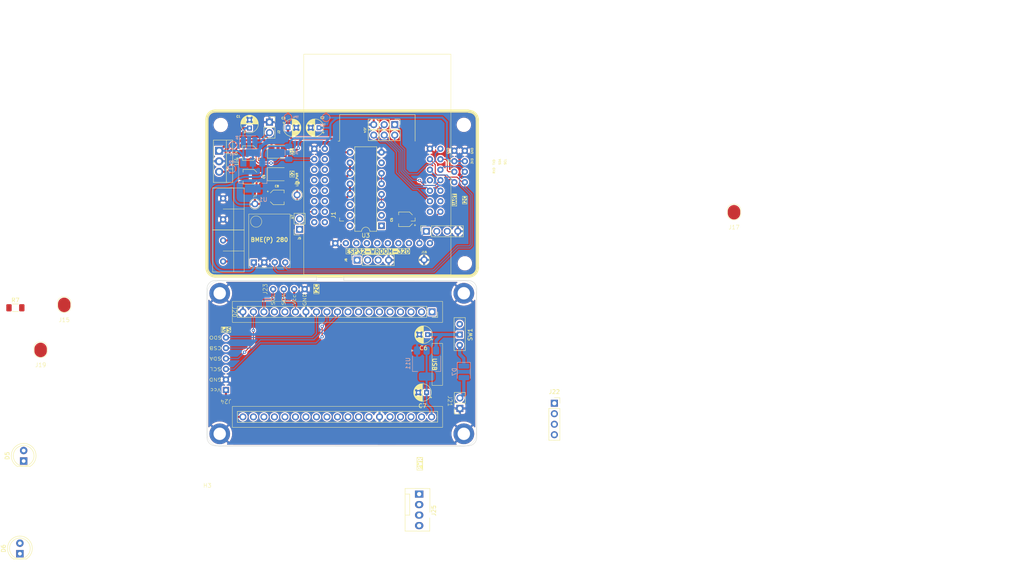
<source format=kicad_pcb>
(kicad_pcb (version 20240108) (generator "pcbnew") (generator_version "8.0")
  (layers (0 "F.Cu" signal) (31 "B.Cu" signal) (34 "B.Paste" user) (35 "F.Paste" user) (36 "B.SilkS" user "B.Silkscreen") (37 "F.SilkS" user "F.Silkscreen") (38 "B.Mask" user) (39 "F.Mask" user) (44 "Edge.Cuts" user))
  (net 0 "")
  (net 1 "GND")
  (net 2 "+3V3")
  (net 3 "+5V")
  (net 4 "/RXD")
  (net 5 "/TXD")
  (net 6 "/SDA")
  (net 7 "/GPIO_33")
  (net 8 "/SCL")
  (net 9 "/OUT3")
  (net 10 "/EN")
  (net 11 "/SOURCE2")
  (net 12 "/SOURCE1")
  (net 13 "/SOURCE3")
  (net 14 "/VDC")
  (net 15 "/DAC1")
  (net 16 "/DAC2")
  (net 17 "/GPIO39")
  (net 18 "/GPIO19")
  (net 19 "/GPIO17")
  (net 20 "/GPIO5")
  (net 21 "/GPIO18")
  (net 22 "/SD_DATA0")
  (net 23 "/ADC2_CH3")
  (net 24 "/SD_DATA3")
  (net 25 "/SD_CMD")
  (net 26 "/SD_CLK")
  (net 27 "/SD_DATA2")
  (net 28 "/SD_DATA1")
  (net 29 "/ADC2_CH0")
  (net 30 "/GPIO23")
  (net 31 "/GPIO36")
  (net 32 "/ADC2_CH2")
  (net 33 "/BOOT")
  (net 34 "/GPIO13")
  (net 35 "/SOURCE4")
  (net 36 "/SOURCE5")
  (net 37 "/SIPO_DATA")
  (net 38 "/SIPO_CLK")
  (net 39 "/SIPO_LATCH")
  (net 40 "/GPIO14")
  (net 41 "/OUT1")
  (net 42 "/VIN")
  (net 43 "Net-(D5-Pad1)")
  (net 44 "Net-(J15-Pin_1)")
  (net 45 "Net-(J19-Pin_1)")
  (net 46 "/OUT2")
  (net 58 "/ESP32-WROOM-32U Node/VIN")
  (net 63 "/ESP32-WROOM-32U Node/VDC")
  (net 74 "/ESP32-WROOM-32U Node/SPI-SDO")
  (net 75 "/ESP32-WROOM-32U Node/TX")
  (net 76 "Net-(D7-A)")
  (net 77 "/ESP32-WROOM-32U Node/SDA-2")
  (net 78 "/ESP32-WROOM-32U Node/SPI-CSB")
  (net 79 "/ESP32-WROOM-32U Node/SPI-SCL")
  (net 80 "/ESP32-WROOM-32U Node/SCL-2")
  (net 81 "/ESP32-WROOM-32U Node/RX")
  (net 82 "/I5")
  (net 83 "/ESP32-WROOM-32U Node/SPI-SDA")
  (net 85 "/ESP32-WROOM-32U Node/12V")
  (net 89 "/I3")
  (net 90 "/I6")
  (net 91 "/I7")
  (net 92 "/I1")
  (footprint "Capacitor_THT:CP_Radial_D4.0mm_P2.00mm" (layer "F.Cu") (at 107 44.2 180)
    (property "Reference" "C2")
    (property "Value" "1uF")
  )
  (footprint "LED_SMD:LED_1210_3225Metric_Pad1.42x2.65mm_HandSolder" (layer "F.Cu") (at 97 55.45)
    (property "Reference" "D2")
    (property "Value" "STATUS")
  )
  (footprint "Alexander Footprint Library:Board_65-40" (layer "F.Cu") (at 80 131.25)
    (property "Reference" "H3")
    (property "Value" "Project_Box_Board_65x40")
    (fp_line (start 0 -13) (end 0 -47) (stroke (width 0.05)) (layer "Edge.Cuts"))
    (fp_line (start 3 -50) (end 62 -50) (stroke (width 0.05)) (layer "Edge.Cuts"))
    (fp_line (start 62 -10) (end 3 -10) (stroke (width 0.05)) (layer "Edge.Cuts"))
    (fp_line (start 65 -47) (end 65 -13) (stroke (width 0.05)) (layer "Edge.Cuts"))
    (fp_arc (start 0 -47) (mid 0.87868 -49.12132) (end 3 -50) (stroke (width 0.05)) (layer "Edge.Cuts"))
    (fp_arc (start 3 -10) (mid 0.87868 -10.87868) (end 0 -13) (stroke (width 0.05)) (layer "Edge.Cuts"))
    (fp_arc (start 62 -50) (mid 64.12132 -49.12132) (end 65 -47) (stroke (width 0.05)) (layer "Edge.Cuts"))
    (fp_arc (start 65 -13) (mid 64.12132 -10.87868) (end 62 -10) (stroke (width 0.05)) (layer "Edge.Cuts"))
  )
  (footprint "Capacitor_SMD:CP_Elec_3x5.3" (layer "F.Cu") (at 90.3 50.35 180)
    (property "Reference" "C4")
    (property "Value" "0.1uF")
  )
  (footprint "Resistor_SMD:R_1206_3216Metric_Pad1.30x1.75mm_HandSolder" (layer "F.Cu") (at 33.612 87.7585)
    (property "Reference" "R7")
    (property "Value" "4K7")
  )
  (footprint "LED_THT:LED_D5.0mm" (layer "F.Cu") (at 34.7 147.25 90)
    (property "Reference" "D6")
    (property "Value" "LED_STATUS")
  )
  (footprint "Connector_PinSocket_2.54mm:PinSocket_1x04_P2.54mm_Vertical" (layer "F.Cu") (at 163.88 110.85)
    (property "Reference" "J22")
    (property "Value" "PWR_SATA_Conn_01x04")
  )
  (footprint "Alexander Footprint Library:Pad_1x01_P2.54_SMD" (layer "F.Cu") (at 39.712 102.098)
    (property "Reference" "J19")
    (property "Value" "LED_PWR")
  )
  (footprint "Alexanddr Footprints Library:ESP32-WROOM-Adapter-Socket-2" (layer "F.Cu") (at 121.1 56.9025)
    (property "Reference" "J1")
    (property "Value" "~")
  )
  (footprint "Alexander Footprint Library:Pad_1x01_P2.54_SMD" (layer "F.Cu") (at 45.412 91.198)
    (property "Reference" "J15")
    (property "Value" "LED_PWR")
  )
  (footprint "MountingHole:MountingHole_3mm" (layer "F.Cu") (at 142 43.5)
    (property "Reference" "H1" (hide yes))
    (property "Value" "MountingHole_Pad")
  )
  (footprint "MountingHole:MountingHole_3mm" (layer "F.Cu") (at 83.25 43.53)
    (property "Reference" "H2" (hide yes))
    (property "Value" "MountingHole_Pad")
  )
  (footprint "Alexander Footprints Library:Conn_Terminal_5mm" (layer "F.Cu") (at 83.82 53.69)
    (property "Reference" "J9" (hide yes))
    (property "Value" "Conn_01x02_Socket")
  )
  (footprint "Alexander Footprint Library:Pad_1x01_P2.54_SMD" (layer "F.Cu") (at 207.3 68.7895)
    (property "Reference" "J17")
    (property "Value" "GND")
  )
  (footprint "Connector:FanPinHeader_1x04_P2.54mm_Vertical" (layer "F.Cu") (at 131.2 132.83 -90)
    (property "Reference" "J25")
    (property "Value" "Conn_01x04_Pin")
  )
  (footprint "Capacitor_SMD:CP_Elec_3x5.3" (layer "F.Cu") (at 90.4 56.05 180)
    (property "Reference" "C9")
    (property "Value" "0.1uF")
  )
  (footprint "Capacitor_THT:CP_Radial_D4.0mm_P2.00mm" (layer "F.Cu") (at 133.25 94.25 180)
    (property "Reference" "C6")
    (property "Value" "1uF")
  )
  (footprint "Alexander Footprint Library:PinSocket_1x01_P2.54" (layer "F.Cu") (at 91.5 65.19)
    (property "Reference" "J7")
    (property "Value" "LED_PWR")
  )
  (footprint "Alexander Footprint Library:Conn_SPI" (layer "F.Cu") (at 84.5 112.74 180)
    (property "Reference" "J24")
    (property "Value" "~")
  )
  (footprint "Connector_PinSocket_2.54mm:PinSocket_1x02_P2.54mm_Vertical" (layer "F.Cu") (at 95.025 42.85)
    (property "Reference" "J2")
    (property "Value" "PWR")
  )
  (footprint "Connector_PinSocket_2.54mm:PinSocket_1x04_P2.54mm_Vertical" (layer "F.Cu") (at 116.2 76.225 90)
    (property "Reference" "J6")
    (property "Value" "SOURCE")
  )
  (footprint "Package_DIP:DIP-16_W7.62mm" (layer "F.Cu") (at 122.1 67.925 180)
    (property "Reference" "U3")
    (property "Value" "ULN2003")
  )
  (footprint "Connector_PinSocket_2.54mm:PinSocket_1x04_P2.54mm_Vertical" (layer "F.Cu") (at 132.92 69.25 90)
    (property "Reference" "J10" (hide yes))
    (property "Value" "ADC")
  )
  (footprint "Capacitor_SMD:CP_Elec_3x5.3" (layer "F.Cu") (at 128 66.35 180)
    (property "Reference" "C5")
    (property "Value" "0.1uF")
  )
  (footprint "Alexander Footprint Library:PinSocket_1x02_P2.54" (layer "F.Cu") (at 142.25 107 180)
    (property "Reference" "J21")
    (property "Value" "PWR")
  )
  (footprint "Capacitor_THT:CP_Radial_D4.0mm_P2.00mm" (layer "F.Cu") (at 99.5 44.2)
    (property "Reference" "C3")
    (property "Value" "1uF")
  )
  (footprint "Alexander Footprint Library:Conn_ESP32_WROOM-DevKit-38pins" (layer "F.Cu") (at 86.06 88.75 -90)
    (property "Reference" "J20")
    (property "Value" "~")
  )
  (footprint "Capacitor_SMD:CP_Elec_3x5.3" (layer "F.Cu") (at 96.8 61.05)
    (property "Reference" "C8")
    (property "Value" "10uF")
  )
  (footprint "Alexander Footprint Library:PinSocket_1x01_P2.54" (layer "F.Cu") (at 101.7 63.02)
    (property "Reference" "J18")
    (property "Value" "LED_PWR")
  )
  (footprint "Alexander Footprint Library:Conn_I2C" (layer "F.Cu") (at 111.16 83.25 -90)
    (property "Reference" "J23")
    (property "Value" "I2C")
  )
  (footprint "Connector_PinSocket_2.54mm:PinSocket_1x02_P2.54mm_Vertical" (layer "F.Cu") (at 102.3 68.79 180)
    (property "Reference" "J5")
    (property "Value" "DAC")
  )
  (footprint "Alexander Footprint Library:CONN_2x3" (layer "F.Cu") (at 130.38 43.45 -90)
    (property "Reference" "J14")
    (property "Value" "GPIO")
  )
  (footprint "Alexander Footprints Library:Conn_UART" (layer "F.Cu") (at 139.7 42.15)
    (property "Reference" "J3" (hide yes))
    (property "Value" "UART")
  )
  (footprint "Alexander Footprint Library:SW_Slide-03_7.3x2.5x2.5_P2.54mm" (layer "F.Cu") (at 141 94.25 -90)
    (property "Reference" "SW1")
    (property "Value" "SW_SPDT")
  )
  (footprint "Alexander Footprint Library:PinSocket_1x01_P2.54" (layer "F.Cu") (at 132.4 78.72)
    (property "Reference" "J16")
    (property "Value" "GND")
  )
  (footprint "Capacitor_THT:CP_Radial_D4.0mm_P2.00mm" (layer "F.Cu") (at 90.2 44.3 90)
    (property "Reference" "C1")
    (property "Value" "1uF")
  )
  (footprint "Alexander Footprint Library:BME280_BMP280_I2C" (layer "F.Cu") (at 90 78.1 90)
    (property "Reference" "U7")
    (property "Value" "BME(P)280")
  )
  (footprint "Capacitor_THT:CP_Radial_D4.0mm_P2.00mm" (layer "F.Cu") (at 133 108.25 180)
    (property "Reference" "C7")
    (property "Value" "1uF")
  )
  (footprint "Alexander Footprint Library:LD1117" (layer "F.Cu") (at 82.855 49.77 -90)
    (property "Reference" "U4")
    (property "Value" "L7805")
  )
  (footprint "Alexander Footprints Library:Conn_I2C" (layer "F.Cu") (at 142.24 42.15)
    (property "Reference" "J4" (hide yes))
    (property "Value" "I2C")
  )
  (footprint "LED_THT:LED_D5.0mm" (layer "F.Cu") (at 35.612 124.8335 90)
    (property "Reference" "D5")
    (property "Value" "LED_PWR")
  )
  (footprint "LED_SMD:LED_1210_3225Metric_Pad1.42x2.65mm_HandSolder" (layer "F.Cu") (at 97 50)
    (property "Reference" "D1")
    (property "Value" "PWR")
  )
  (footprint "MountingHole:MountingHole_3mm" (layer "F.Cu") (at 142.25 77)
    (property "Reference" "H4" (hide yes))
    (property "Value" "MountingHole_Pad")
  )
  (footprint "Alexander Footprints Library:Conn_Terminal_5mm" (layer "F.Cu") (at 83.82 63.85)
    (property "Reference" "J8" (hide yes))
    (property "Value" "Conn_01x02_Socket")
  )
  (footprint "TestPoint:TestPoint_Pad_D1.5mm" (layer "B.Cu") (at 99.5 41.75 180)
    (property "Reference" "TP4")
    (property "Value" "5V")
  )
  (footprint "TestPoint:TestPoint_Pad_D1.5mm" (layer "B.Cu") (at 108.7 41.75 180)
    (property "Reference" "TP3")
    (property "Value" "3V3")
  )
  (footprint "Diode_SMD:D_1210_3225Metric" (layer "B.Cu") (at 142 103.25 -90)
    (property "Reference" "D7")
    (property "Value" "D")
  )
  (footprint "Resistor_SMD:R_1206_3216Metric_Pad1.30x1.75mm_HandSolder" (layer "B.Cu") (at 99.7 50.25 -90)
    (property "Reference" "R1")
    (property "Value" "10K")
  )
  (footprint "Diode_SMD:D_1210_3225Metric" (layer "B.Cu") (at 90.1 47.75)
    (property "Reference" "D4")
    (property "Value" "D")
  )
  (footprint "TestPoint:TestPoint_Pad_D1.5mm" (layer "B.Cu") (at 86.2 48.45 180)
    (property "Reference" "TP1")
    (property "Value" "VIN")
  )
  (footprint "TestPoint:TestPoint_Pad_D1.5mm" (layer "B.Cu") (at 85.9 54.15 180)
    (property "Reference" "TP2")
    (property "Value" "GND")
  )
  (footprint "Package_TO_SOT_SMD:SOT-223-3_TabPin2" (layer "B.Cu") (at 91 55.75 -90)
    (property "Reference" "U1")
    (property "Value" "AMS1117-3V3")
  )
  (footprint "Package_TO_SOT_SMD:SOT-223-3_TabPin2" (layer "B.Cu") (at 133 101.25 -90)
    (property "Reference" "U11")
    (property "Value" "AMS1117-5.0")
  )
  (gr_line (start 145.25 42.11421) (end 145.25 78.085782) (stroke (width 0.75)) (layer "F.SilkS"))
  (gr_line (start 81.914218 40.164218) (end 143.08579 40.164218) (stroke (width 0.75)) (layer "F.SilkS"))
  (gr_arc (start 145.25 78.085782) (mid 144.66422 79.500007) (end 143.25 80.085782) (stroke (width 0.75)) (layer "F.SilkS"))
  (gr_line (start 79.914218 42.11421) (end 79.914218 78.085782) (stroke (width 0.75)) (layer "F.SilkS"))
  (gr_arc (start 81.914218 80.085782) (mid 80.499999 79.500001) (end 79.914218 78.085782) (stroke (width 0.75)) (layer "F.SilkS"))
  (gr_arc (start 143.25 40.25) (mid 144.664214 40.835786) (end 145.25 42.25) (stroke (width 0.75)) (layer "F.SilkS"))
  (gr_arc (start 79.914218 42.164218) (mid 80.499999 40.749999) (end 81.914218 40.164218) (stroke (width 0.75)) (layer "F.SilkS"))
  (gr_line (start 81.914214 80.085782) (end 143.085786 80.085782) (stroke (width 0.75)) (layer "F.SilkS"))
  (gr_line (start 82.014214 80.235786) (end 106.4 80.25) (stroke (width 0.1)) (layer "Edge.Cuts"))
  (gr_line (start 80 42.25) (end 80.014214 78.235786) (stroke (width 0.1)) (layer "Edge.Cuts"))
  (gr_arc (start 79.921321 83.157107) (mid 80.507106 81.742896) (end 81.921321 81.157107) (stroke (width 0.1)) (layer "Edge.Cuts"))
  (gr_line (start 81.921321 121.128679) (end 143.107107 121.142893) (stroke (width 0.1)) (layer "Edge.Cuts"))
  (gr_arc (start 81.921321 121.128679) (mid 80.507101 120.542899) (end 79.921321 119.128679) (stroke (width 0.1)) (layer "Edge.Cuts"))
  (gr_line (start 143.092893 81.157107) (end 113 81.15) (stroke (width 0.1)) (layer "Edge.Cuts"))
  (gr_arc (start 145.107107 119.142893) (mid 144.521321 120.557107) (end 143.107107 121.142893) (stroke (width 0.1)) (layer "Edge.Cuts"))
  (gr_line (start 106.4 81.15) (end 81.921321 81.157107) (stroke (width 0.1)) (layer "Edge.Cuts"))
  (gr_arc (start 143.185786 40.264214) (mid 144.600004 40.849996) (end 145.185786 42.264214) (stroke (width 0.1)) (layer "Edge.Cuts"))
  (gr_line (start 113 80.25) (end 143.185786 80.235786) (stroke (width 0.1)) (layer "Edge.Cuts"))
  (gr_arc (start 82.014214 80.235786) (mid 80.599996 79.650004) (end 80.014214 78.235786) (stroke (width 0.1)) (layer "Edge.Cuts"))
  (gr_line (start 145.185786 42.264214) (end 145.185786 78.235786) (stroke (width 0.1)) (layer "Edge.Cuts"))
  (gr_arc (start 80 42.25) (mid 80.585786 40.835786) (end 82 40.25) (stroke (width 0.1)) (layer "Edge.Cuts"))
  (gr_line (start 145.107107 119.142893) (end 145.092893 83.157107) (stroke (width 0.1)) (layer "Edge.Cuts"))
  (gr_line (start 79.921321 119.128679) (end 79.921321 83.157107) (stroke (width 0.1)) (layer "Edge.Cuts"))
  (gr_line (start 106.4 81.15) (end 106.4 80.25) (stroke (width 0.1)) (layer "Edge.Cuts"))
  (gr_arc (start 145.185786 78.235786) (mid 144.600004 79.650004) (end 143.185786 80.235786) (stroke (width 0.1)) (layer "Edge.Cuts"))
  (gr_arc (start 143.092893 81.157107) (mid 144.507112 81.742888) (end 145.092893 83.157107) (stroke (width 0.1)) (layer "Edge.Cuts"))
  (gr_line (start 113 81.15) (end 113 80.25) (stroke (width 0.1)) (layer "Edge.Cuts"))
  (gr_line (start 143.185786 40.264214) (end 82 40.25) (stroke (width 0.1)) (layer "Edge.Cuts"))
  (gr_text "PWR" (at 132 127.25 90) (layer "F.SilkS" knockout) (effects (font (size 1 1) (thickness 0.25) (bold yes)) (justify left bottom)))
  (segment (start 84.21 66) (end 83.82 66.39) (width 0.5) (layer "F.Cu") (net 1))
  (segment (start 95.5 54.8625) (end 95.5125 54.85) (width 0.25) (layer "F.Cu") (net 1))
  (segment (start 95.5 55.4625) (end 95.5125 55.45) (width 0.25) (layer "F.Cu") (net 1))
  (segment (start 91.5 59.65) (end 91.9 59.25) (width 0.5) (layer "F.Cu") (net 2))
  (segment (start 101.15 50) (end 102 49.15) (width 0.5) (layer "F.Cu") (net 2))
  (segment (start 84.5 107.66) (end 84.5 112.25) (width 0.5) (layer "F.Cu") (net 2))
  (segment (start 87.75 85.75) (end 100 85.75) (width 0.5) (layer "F.Cu") (net 2))
  (segment (start 94.63 62.62) (end 91.5 62.62) (width 0.5) (layer "F.Cu") (net 2))
  (segment (start 101 84.75) (end 101 83.25) (width 0.5) (layer "F.Cu") (net 2))
  (segment (start 88.6 114.15) (end 86.4 114.15) (width 0.5) (layer "F.Cu") (net 2))
  (segment (start 84.5 112.25) (end 85.25 113) (width 0.5) (layer "F.Cu") (net 2))
  (segment (start 91.9 59.25) (end 91.9 56.05) (width 0.5) (layer "F.Cu") (net 2))
  (segment (start 98.4875 50) (end 101.15 50) (width 0.5) (layer "F.Cu") (net 2))
  (segment (start 95.3 61.05) (end 95.3 61.95) (width 0.5) (layer "F.Cu") (net 2))
  (segment (start 95.3 61.95) (end 94.63 62.62) (width 0.5) (layer "F.Cu") (net 2))
  (segment (start 82.25 110) (end 82.25 91.25) (width 0.5) (layer "F.Cu") (net 2))
  (segment (start 91.5 62.62) (end 91.5 59.65) (width 0.5) (layer "F.Cu") (net 2))
  (segment (start 82.25 91.25) (end 87.75 85.75) (width 0.5) (layer "F.Cu") (net 2))
  (segment (start 86.4 114.15) (end 85.25 113) (width 0.5) (layer "F.Cu") (net 2))
  (segment (start 100 85.75) (end 101 84.75) (width 0.5) (layer "F.Cu") (net 2))
  (segment (start 85.25 113) (end 82.25 110) (width 0.5) (layer "F.Cu") (net 2))
  (via (at 102 49.15) (size 0.8) (drill 0.4) (layers "F.Cu" "B.Cu") (net 2))
  (segment (start 96.075 48.7) (end 97.525 48.7) (width 0.5) (layer "B.Cu") (net 2))
  (segment (start 108.4 49.2825) (end 108.4 47.85) (width 0.5) (layer "B.Cu") (net 2))
  (segment (start 109.408578 44.2) (end 107 44.2) (width 0.5) (layer "B.Cu") (net 2))
  (segment (start 109.5 46.75) (end 109.75 46.5) (width 0.5) (layer "B.Cu") (net 2))
  (segment (start 81.3 75.997918) (end 81.3 59.75104) (width 0.5) (layer "B.Cu") (net 2))
  (segment (start 93.3 54.905025) (end 93.3 52.6) (width 0.5) (layer "B.Cu") (net 2))
  (segment (start 100 48.7) (end 100 48.03033) (width 0.5) (layer "B.Cu") (net 2))
  (segment (start 137.9 51.55) (end 138.66 52.31) (width 0.5) (layer "B.Cu") (net 2))
  (segment (start 84.202081 78.9) (end 89.990883 78.9) (width 0.5) (layer "B.Cu") (net 2))
  (segment (start 109.75 45) (end 109.75 44.141421) (width 0.5) (layer "B.Cu") (net 2))
  (segment (start 103 46.75) (end 101.28033 46.75) (width 0.5) (layer "B.Cu") (net 2))
  (segment (start 109.75 43.858578) (end 109.75 44.141421) (width 0.5) (layer "B.Cu") (net 2))
  (segment (start 138.66 52.31) (end 139.7 52.31) (width 0.5) (layer "B.Cu") (net 2))
  (segment (start 139.7 52.31) (end 142.24 52.31) (width 0.5) (layer "B.Cu") (net 2))
  (segment (start 129.1 41.75) (end 136.8 41.75) (width 0.5) (layer "B.Cu") (net 2))
  (segment (start 112.31066 41.75) (end 129.1 41.75) (width 0.5) (layer "B.Cu") (net 2))
  (segment (start 88.207106 62.75) (end 91.5 62.75) (width 0.5) (layer "B.Cu") (net 2))
  (segment (start 86.5 61.042893) (end 86.5 57.5) (width 0.5) (layer "B.Cu") (net 2))
  (segment (start 103 46.75) (end 109.5 46.75) (width 0.5) (layer "B.Cu") (net 2))
  (segment (start 137.9 42.85) (end 137.9 51.55) (width 0.5) (layer "B.Cu") (net 2))
  (segment (start 91.22 77.670883) (end 91.22 76.8) (width 0.5) (layer "B.Cu") (net 2))
  (segment (start 89.455634 56.1) (end 92.105025 56.1) (width 0.5) (layer "B.Cu") (net 2))
  (segment (start 96.075 48.7) (end 95.177817 48.7) (width 0.5) (layer "B.Cu") (net 2))
  (segment (start 136.8 41.75) (end 137.9 42.85) (width 0.5) (layer "B.Cu") (net 2))
  (segment (start 108.4 47.85) (end 109.75 46.5) (width 0.5) (layer "B.Cu") (net 2))
  (segment (start 109.75 46.5) (end 109.75 45) (width 0.5) (layer "B.Cu") (net 2))
  (segment (start 110.015165 42.984834) (end 110.5 42.5) (width 0.5) (layer "B.Cu") (net 2))
  (segment (start 102 47.75) (end 103 46.75) (width 0.5) (layer "B.Cu") (net 2))
  (segment (start 109.75 43.858578) (end 109.75 43.625) (width 0.5) (layer "B.Cu") (net 2))
  (segment (start 93.3 52.6) (end 93.3 50.577817) (width 0.5) (layer "B.Cu") (net 2))
  (segment (start 82.75104 58.3) (end 84.144365 58.3) (width 0.5) (layer "B.Cu") (net 2))
  (segment (start 102 49.15) (end 102 47.75) (width 0.5) (layer "B.Cu") (net 2))
  (segment (start 129.3 41.75) (end 129.1 41.75) (width 0.5) (layer "B.Cu") (net 2))
  (segment (start 108.7 41.75) (end 112.31066 41.75) (width 0.5) (layer "B.Cu") (net 2))
  (segment (start 100 48.7) (end 97.525 48.7) (width 0.5) (layer "B.Cu") (net 2))
  (arc (start 93.3 54.905025) (mid 93.209037 55.362322) (end 92.95 55.75) (width 0.5) (layer "B.Cu") (net 2))
  (arc (start 86.8 57.2) (mid 85.581584 58.014119) (end 84.144365 58.3) (width 0.5) (layer "B.Cu") (net 2))
  (arc (start 89.455634 56.1) (mid 88.018415 56.38588) (end 86.8 57.2) (width 0.5) (layer "B.Cu") (net 2))
  (arc (start 86.5 61.042893) (mid 86.629945 61.696174) (end 87 62.25) (width 0.5) (layer "B.Cu") (net 2))
  (arc (start 82.75104 58.3) (mid 82.195751 58.410453) (end 81.725 58.725) (width 0.5) (layer "B.Cu") (net 2))
  (arc (start 92.95 55.75) (mid 92.562322 56.009037) (end 92.105025 56.1) (width 0.5) (layer "B.Cu") (net 2))
  (arc (start 109.75 43.625) (mid 109.818914 43.278544) (end 110.015165 42.984834) (width 0.5) (layer "B.Cu") (net 2))
  (arc (start 95.177817 48.7) (mid 94.459207 48.84294) (end 93.85 49.25) (width 0.5) (layer "B.Cu") (net 2))
  (arc (start 82.15 78.05) (mid 83.091502 78.679092) (end 84.202081 78.9) (width 0.5) (layer "B.Cu") (net 2))
  (arc (start 109.75 44.141421) (mid 109.713838 44.087301) (end 109.65 44.1) (width 0.5) (layer "B.Cu") (net 2))
  (arc (start 93.85 49.25) (mid 93.44294 49.859207) (end 93.3 50.577817) (width 0.5) (layer "B.Cu") (net 2))
  (arc (start 90.86 78.54) (mid 90.461245 78.806439) (end 89.990883 78.9) (width 0.5) (layer "B.Cu") (net 2))
  (arc (start 109.65 44.1) (mid 109.539234 44.17401) (end 109.408578 44.2) (width 0.5) (layer "B.Cu") (net 2))
  (arc (start 87 62.25) (mid 87.553825 62.620054) (end 88.207106 62.75) (width 0.5) (layer "B.Cu") (net 2))
  (arc (start 81.725 58.725) (mid 81.410453 59.195751) (end 81.3 59.75104) (width 0.5) (layer "B.Cu") (net 2))
  (arc (start 101.28033 46.75) (mid 100.790368 46.847459) (end 100.375 47.125) (width 0.5) (layer "B.Cu") (net 2))
  (arc (start 91.22 77.670883) (mid 91.126439 78.141245) (end 90.86 78.54) (width 0.5) (layer "B.Cu") (net 2))
  (arc (start 110.5 42.5) (mid 111.330737 41.944918) (end 112.31066 41.75) (width 0.5) (layer "B.Cu") (net 2))
  (arc (start 109.65 44.1) (mid 109.72401 43.989234) (end 109.75 43.858578) (width 0.5) (layer "B.Cu") (net 2))
  (arc (start 100.375 47.125) (mid 100.097459 47.540368) (end 100 48.03033) (width 0.5) (layer "B.Cu") (net 2))
  (arc (start 81.3 75.997918) (mid 81.520907 77.108496) (end 82.15 78.05) (width 0.5) (layer "B.Cu") (net 2))
  (segment (start 99.5 45.693413) (end 99.5 44.2) (width 0.5) (layer "F.Cu") (net 3))
  (segment (start 111.2 46.85) (end 100.365867 46.85) (width 0.5) (layer "F.Cu") (net 3))
  (segment (start 98.6375 46.9625) (end 99.2125 46.3875) (width 0.5) (layer "F.Cu") (net 3))
  (segment (start 100.365867 46.85) (end 99.465867 45.95) (width 0.5) (layer "F.Cu") (net 3))
  (segment (start 112 47.65) (end 111.2 46.85) (width 0.5) (layer "F.Cu") (net 3))
  (segment (start 112 49.15) (end 112 47.65) (width 0.5) (layer "F.Cu") (net 3))
  (segment (start 88.1 47.25) (end 97.943413 47.25) (width 0.5) (layer "F.Cu") (net 3))
  (segment (start 84.9 54.85) (end 85.4 54.35) (width 0.5) (layer "F.Cu") (net 3))
  (segment (start 85.4 54.35) (end 85.4 49.95) (width 0.5) (layer "F.Cu") (net 3))
  (segment (start 114.48 50.145) (end 112.995 50.145) (width 0.5) (layer "F.Cu") (net 3))
  (segment (start 112.995 50.145) (end 112 49.15) (width 0.5) (layer "F.Cu") (net 3))
  (segment (start 82.855 54.85) (end 84.9 54.85) (width 0.5) (layer "F.Cu") (net 3))
  (segment (start 85.4 49.95) (end 88.1 47.25) (width 0.5) (layer "F.Cu") (net 3))
  (arc (start 97.943413 47.25) (mid 98.31905 47.175281) (end 98.6375 46.9625) (width 0.5) (layer "F.Cu") (net 3))
  (arc (start 99.5 45.693413) (mid 99.425281 46.06905) (end 99.2125 46.3875) (width 0.5) (layer "F.Cu") (net 3))
  (segment (start 133 98.1) (end 133 104.4) (width 0.5) (layer "B.Cu") (net 3))
  (segment (start 133 108.25) (end 133 104.4) (width 0.5) (layer "B.Cu") (net 3))
  (segment (start 133 111) (end 133 108.25) (width 0.5) (layer "B.Cu") (net 3))
  (segment (start 134.21 114.15) (end 134.21 112.21) (width 0.5) (layer "B.Cu") (net 3))
  (segment (start 134.21 112.21) (end 133 111) (width 0.5) (layer "B.Cu") (net 3))
  (segment (start 99.5 42.25) (end 99.5 44.2) (width 0.25) (layer "B.Cu") (net 3))
  (segment (start 139.7 57.35) (end 139.7 57.39) (width 0.25) (layer "F.Cu") (net 4))
  (segment (start 140.3 57.45) (end 139.3 57.45) (width 0.25) (layer "F.Cu") (net 4))
  (segment (start 139.04 57.39) (end 139.7 57.39) (width 0.25) (layer "F.Cu") (net 4))
  (segment (start 137.96 55.65) (end 139.7 57.39) (width 0.25) (layer "B.Cu") (net 4))
  (segment (start 133.8 54.3625) (end 135.0875 55.65) (width 0.25) (layer "B.Cu") (net 4))
  (segment (start 135.0875 55.65) (end 137.96 55.65) (width 0.25) (layer "B.Cu") (net 4))
  (segment (start 138 52.25) (end 137.5725 51.8225) (width 0.25) (layer "F.Cu") (net 5))
  (segment (start 139.7 54.85) (end 138.3 54.85) (width 0.25) (layer "F.Cu") (net 5))
  (segment (start 137.5725 51.8225) (end 136.34 51.8225) (width 0.25) (layer "F.Cu") (net 5))
  (segment (start 138 54.55) (end 138 52.25) (width 0.25) (layer "F.Cu") (net 5))
  (segment (start 138.3 54.85) (end 138 54.55) (width 0.25) (layer "F.Cu") (net 5))
  (segment (start 139.7 54.85) (end 139.5 54.85) (width 0.25) (layer "F.Cu") (net 5))
  (segment (start 142.24 54.85) (end 142.24 55.51) (width 0.25) (layer "F.Cu") (net 6))
  (segment (start 98.84 76.8) (end 98.84 78.09) (width 0.25) (layer "B.Cu") (net 6))
  (segment (start 141 57.95) (end 141 56.09) (width 0.25) (layer "B.Cu") (net 6))
  (segment (start 140.990501 53.600501) (end 142.24 54.85) (width 0.25) (layer "B.Cu") (net 6))
  (segment (start 136.34 54.3625) (end 137.101999 53.600501) (width 0.25) (layer "B.Cu") (net 6))
  (segment (start 143.281802 72.781802) (end 143.55 72.513604) (width 0.25) (layer "B.Cu") (net 6))
  (segment (start 99.4 78.65) (end 130.7 78.65) (width 0.25) (layer "B.Cu") (net 6))
  (segment (start 130.7 78.65) (end 134.55 78.65) (width 0.25) (layer "B.Cu") (net 6))
  (segment (start 143.55 72.513604) (end 143.55 60.5) (width 0.25) (layer "B.Cu") (net 6))
  (segment (start 143.55 60.5) (end 141 57.95) (width 0.25) (layer "B.Cu") (net 6))
  (segment (start 140.418198 72.781802) (end 143.281802 72.781802) (width 0.25) (layer "B.Cu") (net 6))
  (segment (start 98.84 78.09) (end 99.4 78.65) (width 0.25) (layer "B.Cu") (net 6))
  (segment (start 141 56.09) (end 142.24 54.85) (width 0.25) (layer "B.Cu") (net 6))
  (segment (start 137.101999 53.600501) (end 140.990501 53.600501) (width 0.25) (layer "B.Cu") (net 6))
  (segment (start 134.55 78.65) (end 140.418198 72.781802) (width 0.25) (layer "B.Cu") (net 6))
  (segment (start 135.1 55.15) (end 135.6 55.65) (width 0.25) (layer "F.Cu") (net 8))
  (segment (start 133.8 51.8225) (end 135.1 53.1225) (width 0.25) (layer "F.Cu") (net 8))
  (segment (start 141.603604 57.39) (end 142.24 57.39) (width 0.25) (layer "F.Cu") (net 8))
  (segment (start 137.3 55.65) (end 137.8 56.15) (width 0.25) (layer "F.Cu") (net 8))
  (segment (start 135.1 53.1225) (end 135.1 55.15) (width 0.25) (layer "F.Cu") (net 8))
  (segment (start 135.6 55.65) (end 137.3 55.65) (width 0.25) (layer "F.Cu") (net 8))
  (segment (start 140.363604 56.15) (end 141.603604 57.39) (width 0.25) (layer "F.Cu") (net 8))
  (segment (start 137.8 56.15) (end 140.363604 56.15) (width 0.25) (layer "F.Cu") (net 8))
  (segment (start 142.24 58.553604) (end 142.24 57.39) (width 0.25) (layer "B.Cu") (net 8))
  (segment (start 144 72.7) (end 144 60.313604) (width 0.25) (layer "B.Cu") (net 8))
  (segment (start 134.8 79.1) (end 140.6 73.3) (width 0.25) (layer "B.Cu") (net 8))
  (segment (start 140.6 73.3) (end 143.4 73.3) (width 0.25) (layer "B.Cu") (net 8))
  (segment (start 96.3 76.8) (end 96.3 78.45) (width 0.25) (layer "B.Cu") (net 8))
  (segment (start 143.4 73.3) (end 144 72.7) (width 0.25) (layer "B.Cu") (net 8))
  (segment (start 96.3 78.45) (end 96.95 79.1) (width 0.25) (layer "B.Cu") (net 8))
  (segment (start 144 60.313604) (end 142.24 58.553604) (width 0.25) (layer "B.Cu") (net 8))
  (segment (start 96.95 79.1) (end 134.8 79.1) (width 0.25) (layer "B.Cu") (net 8))
  (segment (start 92.3 52.75) (end 91.8 52.25) (width 0.25) (layer "F.Cu") (net 10))
  (segment (start 91.8 52.25) (end 91.8 50.35) (width 0.25) (layer "F.Cu") (net 10))
  (segment (start 95.4 52.75) (end 92.3 52.75) (width 0.25) (layer "F.Cu") (net 10))
  (via (at 95.4 52.75) (size 0.8) (drill 0.4) (layers "F.Cu" "B.Cu") (net 10))
  (segment (start 95.4 52.75) (end 96.7 52.75) (width 0.25) (layer "B.Cu") (net 10))
  (segment (start 101.4 51.8) (end 101.45 51.8) (width 0.25) (layer "B.Cu") (net 10))
  (segment (start 105.86 51.8225) (end 101.4225 51.8225) (width 0.25) (layer "B.Cu") (net 10))
  (segment (start 99.7 51.8) (end 101.4 51.8) (width 0.25) (layer "B.Cu") (net 10))
  (segment (start 97.65 51.8) (end 99.7 51.8) (width 0.25) (layer "B.Cu") (net 10))
  (segment (start 101.4225 51.8225) (end 101.4 51.8) (width 0.25) (layer "B.Cu") (net 10))
  (segment (start 96.7 52.75) (end 97.65 51.8) (width 0.25) (layer "B.Cu") (net 10))
  (segment (start 83.82 71.47) (end 86.37 71.47) (width 0.5) (layer "F.Cu") (net 11))
  (segment (start 114.48 55.225) (end 114.48 52.685) (width 0.5) (layer "F.Cu") (net 11))
  (segment (start 88 73.1) (end 104.95 73.1) (width 0.5) (layer "F.Cu") (net 11))
  (segment (start 104.95 73.1) (end 111.2 66.85) (width 0.5) (layer "F.Cu") (net 11))
  (segment (start 86.37 71.47) (end 88 73.1) (width 0.5) (layer "F.Cu") (net 11))
  (segment (start 111.2 66.85) (end 111.2 58.505) (width 0.5) (layer "F.Cu") (net 11))
  (segment (start 111.2 58.505) (end 114.48 55.225) (width 0.5) (layer "F.Cu") (net 11))
  (segment (start 114.48 60.305) (end 114.48 57.765) (width 0.5) (layer "F.Cu") (net 12))
  (segment (start 112.2 67.35) (end 112.2 62.585) (width 0.5) (layer "F.Cu") (net 12))
  (segment (start 86.275 76.55) (end 88.075 74.75) (width 0.5) (layer "F.Cu") (net 12))
  (segment (start 83.82 76.55) (end 86.275 76.55) (width 0.5) (layer "F.Cu") (net 12))
  (segment (start 88.075 74.75) (end 104.8 74.75) (width 0.5) (layer "F.Cu") (net 12))
  (segment (start 112.2 62.585) (end 114.48 60.305) (width 0.5) (layer "F.Cu") (net 12))
  (segment (start 104.8 74.75) (end 112.2 67.35) (width 0.5) (layer "F.Cu") (net 12))
  (segment (start 95.025 45.425) (end 92.7 47.75) (width 0.5) (layer "B.Cu") (net 14))
  (segment (start 92.7 47.75) (end 91.5 47.75) (width 0.5) (layer "B.Cu") (net 14))
  (segment (start 95.025 45.39) (end 95.025 45.425) (width 0.5) (layer "B.Cu") (net 14))
  (segment (start 132.5 58.15) (end 135.0925 58.15) (width 0.25) (layer "F.Cu") (net 18))
  (segment (start 131.3 56.95) (end 132.5 58.15) (width 0.25) (layer "F.Cu") (net 18))
  (segment (start 135.0925 58.15) (end 136.34 56.9025) (width 0.25) (layer "F.Cu") (net 18))
  (via (at 131.3 56.95) (size 0.8) (drill 0.4) (layers "F.Cu" "B.Cu") (net 18))
  (segment (start 129.636396 56.95) (end 127.25 54.563604) (width 0.25) (layer "B.Cu") (net 18))
  (segment (start 127.25 49.7) (end 125.3 47.75) (width 0.25) (layer "B.Cu") (net 18))
  (segment (start 125.3 47.75) (end 125.3 45.99) (width 0.25) (layer "B.Cu") (net 18))
  (segment (start 127.25 54.563604) (end 127.25 49.7) (width 0.25) (layer "B.Cu") (net 18))
  (segment (start 131.3 56.95) (end 129.636396 56.95) (width 0.25) (layer "B.Cu") (net 18))
  (segment (start 130.8 59.05) (end 129.7 59.05) (width 0.25) (layer "B.Cu") (net 19))
  (segment (start 123.255812 47.615) (end 121.865 47.615) (width 0.25) (layer "B.Cu") (net 19))
  (segment (start 133.7325 61.9825) (end 130.8 59.05) (width 0.25) (layer "B.Cu") (net 19))
  (segment (start 133.8 61.9825) (end 133.7325 61.9825) (width 0.25) (layer "B.Cu") (net 19))
  (segment (start 121.865 47.615) (end 120.24 45.99) (width 0.25) (layer "B.Cu") (net 19))
  (segment (start 129.7 59.05) (end 125.7 55.05) (width 0.25) (layer "B.Cu") (net 19))
  (segment (start 125.7 50.059188) (end 123.255812 47.615) (width 0.25) (layer "B.Cu") (net 19))
  (segment (start 125.7 55.05) (end 125.7 50.059188) (width 0.25) (layer "B.Cu") (net 19))
  (segment (start 120.24 45.99) (end 120.22 45.99) (width 0.25) (layer "B.Cu") (net 19))
  (segment (start 130.2 58.15) (end 135.0475 58.15) (width 0.25) (layer "B.Cu") (net 20))
  (segment (start 126.8 54.75) (end 130.2 58.15) (width 0.25) (layer "B.Cu") (net 20))
  (segment (start 122.903604 45.99) (end 126.8 49.886396) (width 0.25) (layer "B.Cu") (net 20))
  (segment (start 135.0475 58.15) (end 136.34 59.4425) (width 0.25) (layer "B.Cu") (net 20))
  (segment (start 122.76 45.99) (end 122.903604 45.99) (width 0.25) (layer "B.Cu") (net 20))
  (segment (start 126.8 49.886396) (end 126.8 54.75) (width 0.25) (layer "B.Cu") (net 20))
  (segment (start 126.35 55.063604) (end 126.35 50.072792) (width 0.25) (layer "B.Cu") (net 21))
  (segment (start 126.35 50.072792) (end 123.442208 47.165) (width 0.25) (layer "B.Cu") (net 21))
  (segment (start 123.442208 47.165) (end 122.051396 47.165) (width 0.25) (layer "B.Cu") (net 21))
  (segment (start 121.5 46.613604) (end 121.5 44.71) (width 0.25) (layer "B.Cu") (net 21))
  (segment (start 129.886396 58.6) (end 126.35 55.063604) (width 0.25) (layer "B.Cu") (net 21))
  (segment (start 121.5 44.71) (end 122.76 43.45) (width 0.25) (layer "B.Cu") (net 21))
  (segment (start 132.9575 58.6) (end 129.886396 58.6) (width 0.25) (layer "B.Cu") (net 21))
  (segment (start 133.8 59.4425) (end 132.9575 58.6) (width 0.25) (layer "B.Cu") (net 21))
  (segment (start 122.051396 47.165) (end 121.5 46.613604) (width 0.25) (layer "B.Cu") (net 21))
  (segment (start 131.26 70.91) (end 132.92 69.25) (width 0.25) (layer "B.Cu") (net 23))
  (segment (start 131.26 72.1425) (end 131.26 70.91) (width 0.25) (layer "B.Cu") (net 23))
  (segment (start 128.672792 55.35) (end 130.8 55.35) (width 0.25) (layer "B.Cu") (net 30))
  (segment (start 126.7 44.85) (end 126.7 48.45) (width 0.25) (layer "B.Cu") (net 30))
  (segment (start 126.7 48.45) (end 127.7 49.45) (width 0.25) (layer "B.Cu") (net 30))
  (segment (start 125.3 43.45) (end 126.7 44.85) (width 0.25) (layer "B.Cu") (net 30))
  (segment (start 135.1 50.5225) (end 136.34 49.2825) (width 0.25) (layer "B.Cu") (net 30))
  (segment (start 133 53.15) (end 134.1 53.15) (width 0.25) (layer "B.Cu") (net 30))
  (segment (start 127.7 49.45) (end 127.7 54.377208) (width 0.25) (layer "B.Cu") (net 30))
  (segment (start 130.8 55.35) (end 133 53.15) (width 0.25) (layer "B.Cu") (net 30))
  (segment (start 127.7 54.377208) (end 128.672792 55.35) (width 0.25) (layer "B.Cu") (net 30))
  (segment (start 135.1 52.15) (end 135.1 50.5225) (width 0.25) (layer "B.Cu") (net 30))
  (segment (start 134.1 53.15) (end 135.1 52.15) (width 0.25) (layer "B.Cu") (net 30))
  (segment (start 135.46 70.4825) (end 133.8 72.1425) (width 0.25) (layer "B.Cu") (net 32))
  (segment (start 135.46 69.25) (end 135.46 70.4825) (width 0.25) (layer "B.Cu") (net 32))
  (segment (start 129.5 66.35) (end 134.5125 66.35) (width 0.25) (layer "F.Cu") (net 33))
  (segment (start 134.5125 66.35) (end 136.34 64.5225) (width 0.25) (layer "F.Cu") (net 33))
  (segment (start 101.7 56.05) (end 101.7 62.65) (width 0.25) (layer "F.Cu") (net 40))
  (segment (start 101.7 62.65) (end 103.6 64.55) (width 0.25) (layer "F.Cu") (net 40))
  (segment (start 105.8325 64.55) (end 105.86 64.5225) (width 0.25) (layer "F.Cu") (net 40))
  (segment (start 98.4875 55.45) (end 101.1 55.45) (width 0.25) (layer "F.Cu") (net 40))
  (segment (start 103.6 64.55) (end 105.8325 64.55) (width 0.25) (layer "F.Cu") (net 40))
  (segment (start 101.1 55.45) (end 101.7 56.05) (width 0.25) (layer "F.Cu") (net 40))
  (segment (start 82.98 49.77) (end 82.855 49.77) (width 0.5) (layer "F.Cu") (net 42))
  (segment (start 90.2 44.3) (end 88.45 44.3) (width 0.5) (layer "F.Cu") (net 42))
  (segment (start 88.45 44.3) (end 82.98 49.77) (width 0.5) (layer "F.Cu") (net 42))
  (segment (start 88.7 50.546446) (end 88.7 51.253553) (width 0.5) (layer "B.Cu") (net 42))
  (segment (start 88.7 45.153553) (end 88.7 47.4) (width 0.5) (layer "B.Cu") (net 42))
  (segment (start 86.2 49.11) (end 86.2 48.45) (width 0.25) (layer "B.Cu") (net 42))
  (segment (start 88.45 50.65) (end 88.2 50.4) (width 0.5) (layer "B.Cu") (net 42))
  (segment (start 88.7 50.546446) (end 88.7 47.4) (width 0.5) (layer "B.Cu") (net 42))
  (segment (start 88.45 50.65) (end 88.054368 50.254368) (width 0.5) (layer "B.Cu") (net 42))
  (segment (start 89.553553 44.3) (end 90.2 44.3) (width 0.5) (layer "B.Cu") (net 42))
  (segment (start 88.7 51.253553) (end 88.7 52.6) (width 0.5) (layer "B.Cu") (net 42))
  (segment (start 86.86 49.77) (end 85.54 49.77) (width 0.5) (layer "B.Cu") (net 42))
  (segment (start 86.885 49.77) (end 86.86 49.77) (width 0.5) (layer "B.Cu") (net 42))
  (segment (start 85.54 49.77) (end 82.855 49.77) (width 0.5) (layer "B.Cu") (net 42))
  (arc (start 89.553553 44.3) (mid 89.226912 44.364972) (end 88.95 44.55) (width 0.5) (layer "B.Cu") (net 42))
  (arc (start 86.2 49.11) (mid 86.393309 49.57669) (end 86.86 49.77) (width 0.25) (layer "B.Cu") (net 42))
  (arc (start 88.7 51.253553) (mid 88.635027 50.926912) (end 88.45 50.65) (width 0.5) (layer "B.Cu") (net 42))
  (arc (start 88.45 50.65) (mid 88.45 50.65) (end 88.45 50.65) (width 0.5) (layer "B.Cu") (net 42))
  (arc (start 88.45 50.65) (mid 88.609596 50.681745) (end 88.7 50.546446) (width 0.5) (layer "B.Cu") (net 42))
  (arc (start 88.054368 50.254368) (mid 87.517857 49.895883) (end 86.885 49.77) (width 0.5) (layer "B.Cu") (net 42))
  (arc (start 88.95 44.55) (mid 88.764972 44.826912) (end 88.7 45.153553) (width 0.5) (layer "B.Cu") (net 42))
  (segment (start 141 94.25) (end 136.75 94.25) (width 0.8) (layer "B.Cu") (net 58))
  (segment (start 136.75 94.25) (end 133.25 94.25) (width 0.8) (layer "B.Cu") (net 58))
  (segment (start 135.3 98.1) (end 135.3 95.7) (width 0.8) (layer "B.Cu") (net 58))
  (segment (start 135.3 95.7) (end 136.75 94.25) (width 0.8) (layer "B.Cu") (net 58))
  (segment (start 141 99) (end 142 100) (width 0.8) (layer "B.Cu") (net 63))
  (segment (start 142 100) (end 142 101.85) (width 0.8) (layer "B.Cu") (net 63))
  (segment (start 141 96.79) (end 141 99) (width 0.8) (layer "B.Cu") (net 63))
  (segment (start 105.415 94.96) (end 106.38 93.995) (width 0.25) (layer "B.Cu") (net 74))
  (segment (start 106.38 93.995) (end 106.38 88.75) (width 0.25) (layer "B.Cu") (net 74))
  (segment (start 84.5 94.96) (end 105.415 94.96) (width 0.25) (layer "B.Cu") (net 74))
  (segment (start 141.04 109.57) (end 142 108.61) (width 0.8) (layer "B.Cu") (net 76))
  (segment (start 142 108.61) (end 142 104.65) (width 0.8) (layer "B.Cu") (net 76))
  (segment (start 101.3 86.8) (end 100.75 86.25) (width 0.25) (layer "B.Cu") (net 77))
  (segment (start 99 86.25) (end 98.46 85.71) (width 0.25) (layer "B.Cu") (net 77))
  (segment (start 98.46 85.71) (end 98.46 83.25) (width 0.25) (layer "B.Cu") (net 77))
  (segment (start 100.75 86.25) (end 99 86.25) (width 0.25) (layer "B.Cu") (net 77))
  (segment (start 101.3 88.75) (end 101.3 86.8) (width 0.25) (layer "B.Cu") (net 77))
  (segment (start 90.863604 97.5) (end 92.863604 95.5) (width 0.25) (layer "B.Cu") (net 78))
  (segment (start 92.863604 95.5) (end 105.75 95.5) (width 0.25) (layer "B.Cu") (net 78))
  (segment (start 105.75 95.5) (end 111.46 89.79) (width 0.25) (layer "B.Cu") (net 78))
  (segment (start 84.5 97.5) (end 90.863604 97.5) (width 0.25) (layer "B.Cu") (net 78))
  (segment (start 111.46 89.79) (end 111.46 88.75) (width 0.25) (layer "B.Cu") (net 78))
  (segment (start 107.75 92.25) (end 107.75 94.75) (width 0.25) (layer "F.Cu") (net 79))
  (via (at 107.75 92.25) (size 0.8) (drill 0.4) (layers "F.Cu" "B.Cu") (net 79))
  (via (at 107.75 94.75) (size 0.8) (drill 0.4) (layers "F.Cu" "B.Cu") (net 79))
  (segment (start 86.42 102.58) (end 92.75 96.25) (width 0.25) (layer "B.Cu") (net 79))
  (segment (start 106.25 96.25) (end 107.75 94.75) (width 0.25) (layer "B.Cu") (net 79))
  (segment (start 108.92 88.75) (end 108.92 91.08) (width 0.25) (layer "B.Cu") (net 79))
  (segment (start 92.75 96.25) (end 106.25 96.25) (width 0.25) (layer "B.Cu") (net 79))
  (segment (start 84.5 102.58) (end 86.42 102.58) (width 0.25) (layer "B.Cu") (net 79))
  (segment (start 108.92 91.08) (end 107.75 92.25) (width 0.25) (layer "B.Cu") (net 79))
  (segment (start 94 85.75) (end 95.25 85.75) (width 0.25) (layer "B.Cu") (net 80))
  (segment (start 93.68 86.07) (end 94 85.75) (width 0.25) (layer "B.Cu") (net 80))
  (segment (start 95.25 85.75) (end 95.92 85.08) (width 0.25) (layer "B.Cu") (net 80))
  (segment (start 93.68 88.75) (end 93.68 86.07) (width 0.25) (layer "B.Cu") (net 80))
  (segment (start 95.92 85.08) (end 95.92 83.25) (width 0.25) (layer "B.Cu") (net 80))
  (segment (start 122.1 62.845) (end 122.1 60.305) (width 0.25) (layer "B.Cu") (net 82))
  (segment (start 91.14 93.25) (end 91.14 96.36) (width 0.25) (layer "F.Cu") (net 83))
  (segment (start 91.14 96.36) (end 89 98.5) (width 0.25) (layer "F.Cu") (net 83))
  (via (at 91.14 93.25) (size 0.8) (drill 0.4) (layers "F.Cu" "B.Cu") (net 83))
  (via (at 89 98.5) (size 0.8) (drill 0.4) (layers "F.Cu" "B.Cu") (net 83))
  (segment (start 87.46 100.04) (end 84.5 100.04) (width 0.25) (layer "B.Cu") (net 83))
  (segment (start 91.14 93.25) (end 91.14 88.75) (width 0.25) (layer "B.Cu") (net 83))
  (segment (start 89 98.5) (end 87.46 100.04) (width 0.25) (layer "B.Cu") (net 83))
  (segment (start 122.1 57.765) (end 122.1 55.225) (width 0.25) (layer "B.Cu") (net 91))
  (zone (net 1) (net_name "GND") (layer "F.Cu") (priority 1) (connect_pads (clearance 0)) (min_thickness 0.25) (fill yes (thermal_gap 0.5) (thermal_bridge_width 0.5))
    (polygon (pts (xy 80 40.25) (xy 80.3 80.35) (xy 145.55 80.35) (xy 145.25 40.25)))
  )
  (zone (net 1) (net_name "GND") (layer "F.Cu") (priority 2) (connect_pads (clearance 0)) (min_thickness 0.25) (fill yes (thermal_gap 0.5) (thermal_bridge_width 0.5))
    (polygon (pts (xy 79.8 121.45) (xy 145.7 121.45) (xy 145.2 80.95) (xy 79.5 80.95)))
  )
  (zone (net 1) (net_name "GND") (layer "B.Cu") (connect_pads (clearance 0)) (min_thickness 0.25) (fill yes (thermal_gap 0.5) (thermal_bridge_width 0.5))
    (polygon (pts (xy 80 40.25) (xy 145.2 40.25) (xy 145.4 80.45) (xy 80.2 80.45)))
  )
  (zone (net 1) (net_name "GND") (layer "B.Cu") (priority 3) (connect_pads (clearance 0)) (min_thickness 0.25) (fill yes (thermal_gap 0.5) (thermal_bridge_width 0.5))
    (polygon (pts (xy 145.6 121.45) (xy 145.2 80.95) (xy 79.5 80.95) (xy 79.7 121.45)))
  )
)
</source>
